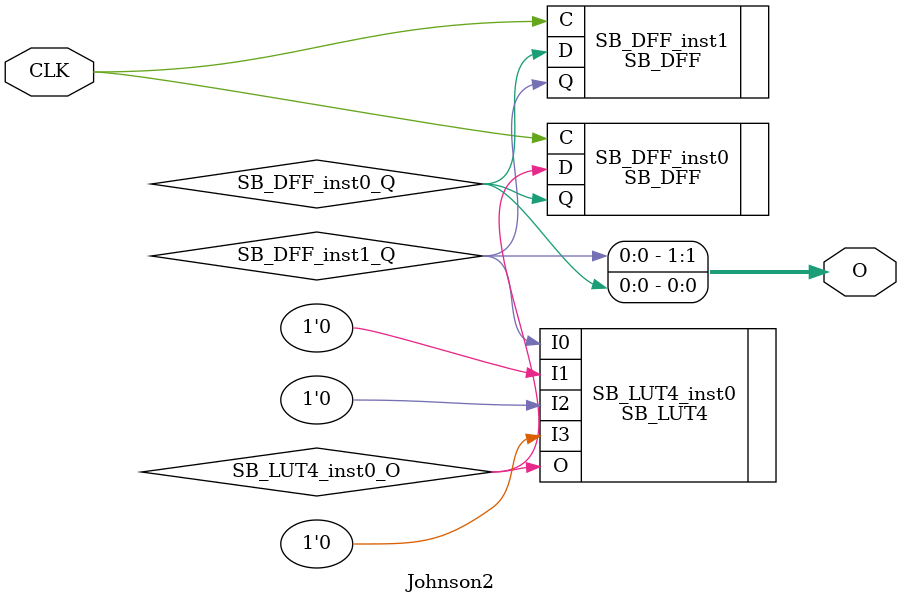
<source format=v>
module Johnson2 (output [1:0] O, input  CLK);
wire  SB_DFF_inst0_Q;
wire  SB_DFF_inst1_Q;
wire  SB_LUT4_inst0_O;
SB_DFF SB_DFF_inst0 (.C(CLK), .D(SB_LUT4_inst0_O), .Q(SB_DFF_inst0_Q));
SB_DFF SB_DFF_inst1 (.C(CLK), .D(SB_DFF_inst0_Q), .Q(SB_DFF_inst1_Q));
SB_LUT4 #(.LUT_INIT(16'h5555)) SB_LUT4_inst0 (.I0(SB_DFF_inst1_Q), .I1(1'b0), .I2(1'b0), .I3(1'b0), .O(SB_LUT4_inst0_O));
assign O = {SB_DFF_inst1_Q,SB_DFF_inst0_Q};
endmodule


</source>
